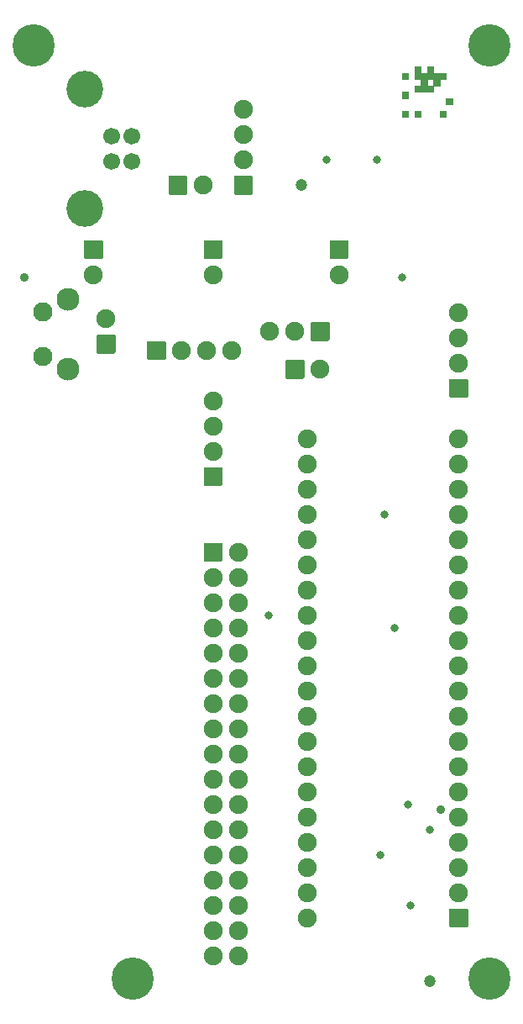
<source format=gbr>
G04 #@! TF.GenerationSoftware,KiCad,Pcbnew,(5.1.9)-1*
G04 #@! TF.CreationDate,2021-07-31T21:11:46+01:00*
G04 #@! TF.ProjectId,Greaseweazle F1 Plus Mini Rev 1.1,47726561-7365-4776-9561-7a6c65204631,1*
G04 #@! TF.SameCoordinates,PX6312cb0PY6bcb370*
G04 #@! TF.FileFunction,Soldermask,Bot*
G04 #@! TF.FilePolarity,Negative*
%FSLAX46Y46*%
G04 Gerber Fmt 4.6, Leading zero omitted, Abs format (unit mm)*
G04 Created by KiCad (PCBNEW (5.1.9)-1) date 2021-07-31 21:11:46*
%MOMM*%
%LPD*%
G01*
G04 APERTURE LIST*
%ADD10C,0.100000*%
%ADD11O,1.900000X1.900000*%
%ADD12C,1.900000*%
%ADD13C,2.300000*%
%ADD14C,1.950000*%
%ADD15C,4.264000*%
%ADD16C,1.701140*%
%ADD17C,3.700120*%
%ADD18C,0.900000*%
%ADD19C,0.800000*%
%ADD20C,1.200000*%
G04 APERTURE END LIST*
D10*
G36*
X33274000Y66675000D02*
G01*
X33909000Y66675000D01*
X33909000Y67310000D01*
X33274000Y67310000D01*
X33274000Y66675000D01*
G37*
X33274000Y66675000D02*
X33909000Y66675000D01*
X33909000Y67310000D01*
X33274000Y67310000D01*
X33274000Y66675000D01*
G36*
X34544000Y64770000D02*
G01*
X35179000Y64770000D01*
X35179000Y65405000D01*
X34544000Y65405000D01*
X34544000Y64770000D01*
G37*
X34544000Y64770000D02*
X35179000Y64770000D01*
X35179000Y65405000D01*
X34544000Y65405000D01*
X34544000Y64770000D01*
G36*
X37084000Y64770000D02*
G01*
X37719000Y64770000D01*
X37719000Y65405000D01*
X37084000Y65405000D01*
X37084000Y64770000D01*
G37*
X37084000Y64770000D02*
X37719000Y64770000D01*
X37719000Y65405000D01*
X37084000Y65405000D01*
X37084000Y64770000D01*
G36*
X37719000Y66040000D02*
G01*
X38354000Y66040000D01*
X38354000Y66675000D01*
X37719000Y66675000D01*
X37719000Y66040000D01*
G37*
X37719000Y66040000D02*
X38354000Y66040000D01*
X38354000Y66675000D01*
X37719000Y66675000D01*
X37719000Y66040000D01*
G36*
X37084000Y68580000D02*
G01*
X37719000Y68580000D01*
X37719000Y69215000D01*
X37084000Y69215000D01*
X37084000Y68580000D01*
G37*
X37084000Y68580000D02*
X37719000Y68580000D01*
X37719000Y69215000D01*
X37084000Y69215000D01*
X37084000Y68580000D01*
G36*
X36449000Y68580000D02*
G01*
X37084000Y68580000D01*
X37084000Y69215000D01*
X36449000Y69215000D01*
X36449000Y68580000D01*
G37*
X36449000Y68580000D02*
X37084000Y68580000D01*
X37084000Y69215000D01*
X36449000Y69215000D01*
X36449000Y68580000D01*
G36*
X35814000Y69215000D02*
G01*
X36449000Y69215000D01*
X36449000Y69850000D01*
X35814000Y69850000D01*
X35814000Y69215000D01*
G37*
X35814000Y69215000D02*
X36449000Y69215000D01*
X36449000Y69850000D01*
X35814000Y69850000D01*
X35814000Y69215000D01*
G36*
X35814000Y68580000D02*
G01*
X36449000Y68580000D01*
X36449000Y69215000D01*
X35814000Y69215000D01*
X35814000Y68580000D01*
G37*
X35814000Y68580000D02*
X36449000Y68580000D01*
X36449000Y69215000D01*
X35814000Y69215000D01*
X35814000Y68580000D01*
G36*
X35179000Y68580000D02*
G01*
X35814000Y68580000D01*
X35814000Y69215000D01*
X35179000Y69215000D01*
X35179000Y68580000D01*
G37*
X35179000Y68580000D02*
X35814000Y68580000D01*
X35814000Y69215000D01*
X35179000Y69215000D01*
X35179000Y68580000D01*
G36*
X34544000Y68580000D02*
G01*
X35179000Y68580000D01*
X35179000Y69215000D01*
X34544000Y69215000D01*
X34544000Y68580000D01*
G37*
X34544000Y68580000D02*
X35179000Y68580000D01*
X35179000Y69215000D01*
X34544000Y69215000D01*
X34544000Y68580000D01*
G36*
X34544000Y69215000D02*
G01*
X35179000Y69215000D01*
X35179000Y69850000D01*
X34544000Y69850000D01*
X34544000Y69215000D01*
G37*
X34544000Y69215000D02*
X35179000Y69215000D01*
X35179000Y69850000D01*
X34544000Y69850000D01*
X34544000Y69215000D01*
G36*
X33274000Y64770000D02*
G01*
X33909000Y64770000D01*
X33909000Y65405000D01*
X33274000Y65405000D01*
X33274000Y64770000D01*
G37*
X33274000Y64770000D02*
X33909000Y64770000D01*
X33909000Y65405000D01*
X33274000Y65405000D01*
X33274000Y64770000D01*
G36*
X33274000Y68580000D02*
G01*
X33909000Y68580000D01*
X33909000Y69215000D01*
X33274000Y69215000D01*
X33274000Y68580000D01*
G37*
X33274000Y68580000D02*
X33909000Y68580000D01*
X33909000Y69215000D01*
X33274000Y69215000D01*
X33274000Y68580000D01*
G36*
X36449000Y67945000D02*
G01*
X37084000Y67945000D01*
X37084000Y68580000D01*
X36449000Y68580000D01*
X36449000Y67945000D01*
G37*
X36449000Y67945000D02*
X37084000Y67945000D01*
X37084000Y68580000D01*
X36449000Y68580000D01*
X36449000Y67945000D01*
G36*
X35814000Y67310000D02*
G01*
X36449000Y67310000D01*
X36449000Y67945000D01*
X35814000Y67945000D01*
X35814000Y67310000D01*
G37*
X35814000Y67310000D02*
X36449000Y67310000D01*
X36449000Y67945000D01*
X35814000Y67945000D01*
X35814000Y67310000D01*
G36*
X34544000Y67310000D02*
G01*
X35179000Y67310000D01*
X35179000Y67945000D01*
X34544000Y67945000D01*
X34544000Y67310000D01*
G37*
X34544000Y67310000D02*
X35179000Y67310000D01*
X35179000Y67945000D01*
X34544000Y67945000D01*
X34544000Y67310000D01*
G36*
X35179000Y67310000D02*
G01*
X35814000Y67310000D01*
X35814000Y67945000D01*
X35179000Y67945000D01*
X35179000Y67310000D01*
G37*
X35179000Y67310000D02*
X35814000Y67310000D01*
X35814000Y67945000D01*
X35179000Y67945000D01*
X35179000Y67310000D01*
G36*
X35179000Y67945000D02*
G01*
X35814000Y67945000D01*
X35814000Y68580000D01*
X35179000Y68580000D01*
X35179000Y67945000D01*
G37*
X35179000Y67945000D02*
X35814000Y67945000D01*
X35814000Y68580000D01*
X35179000Y68580000D01*
X35179000Y67945000D01*
G36*
X35179000Y67945000D02*
G01*
X35814000Y67945000D01*
X35814000Y68580000D01*
X35179000Y68580000D01*
X35179000Y67945000D01*
G37*
X35179000Y67945000D02*
X35814000Y67945000D01*
X35814000Y68580000D01*
X35179000Y68580000D01*
X35179000Y67945000D01*
G36*
X35179000Y67310000D02*
G01*
X35814000Y67310000D01*
X35814000Y67945000D01*
X35179000Y67945000D01*
X35179000Y67310000D01*
G37*
X35179000Y67310000D02*
X35814000Y67310000D01*
X35814000Y67945000D01*
X35179000Y67945000D01*
X35179000Y67310000D01*
G36*
X34544000Y67310000D02*
G01*
X35179000Y67310000D01*
X35179000Y67945000D01*
X34544000Y67945000D01*
X34544000Y67310000D01*
G37*
X34544000Y67310000D02*
X35179000Y67310000D01*
X35179000Y67945000D01*
X34544000Y67945000D01*
X34544000Y67310000D01*
G36*
X35814000Y67310000D02*
G01*
X36449000Y67310000D01*
X36449000Y67945000D01*
X35814000Y67945000D01*
X35814000Y67310000D01*
G37*
X35814000Y67310000D02*
X36449000Y67310000D01*
X36449000Y67945000D01*
X35814000Y67945000D01*
X35814000Y67310000D01*
G36*
X36449000Y67945000D02*
G01*
X37084000Y67945000D01*
X37084000Y68580000D01*
X36449000Y68580000D01*
X36449000Y67945000D01*
G37*
X36449000Y67945000D02*
X37084000Y67945000D01*
X37084000Y68580000D01*
X36449000Y68580000D01*
X36449000Y67945000D01*
G36*
X33274000Y68580000D02*
G01*
X33909000Y68580000D01*
X33909000Y69215000D01*
X33274000Y69215000D01*
X33274000Y68580000D01*
G37*
X33274000Y68580000D02*
X33909000Y68580000D01*
X33909000Y69215000D01*
X33274000Y69215000D01*
X33274000Y68580000D01*
G36*
X33274000Y64770000D02*
G01*
X33909000Y64770000D01*
X33909000Y65405000D01*
X33274000Y65405000D01*
X33274000Y64770000D01*
G37*
X33274000Y64770000D02*
X33909000Y64770000D01*
X33909000Y65405000D01*
X33274000Y65405000D01*
X33274000Y64770000D01*
G36*
X34544000Y69215000D02*
G01*
X35179000Y69215000D01*
X35179000Y69850000D01*
X34544000Y69850000D01*
X34544000Y69215000D01*
G37*
X34544000Y69215000D02*
X35179000Y69215000D01*
X35179000Y69850000D01*
X34544000Y69850000D01*
X34544000Y69215000D01*
G36*
X34544000Y68580000D02*
G01*
X35179000Y68580000D01*
X35179000Y69215000D01*
X34544000Y69215000D01*
X34544000Y68580000D01*
G37*
X34544000Y68580000D02*
X35179000Y68580000D01*
X35179000Y69215000D01*
X34544000Y69215000D01*
X34544000Y68580000D01*
G36*
X35179000Y68580000D02*
G01*
X35814000Y68580000D01*
X35814000Y69215000D01*
X35179000Y69215000D01*
X35179000Y68580000D01*
G37*
X35179000Y68580000D02*
X35814000Y68580000D01*
X35814000Y69215000D01*
X35179000Y69215000D01*
X35179000Y68580000D01*
G36*
X35814000Y68580000D02*
G01*
X36449000Y68580000D01*
X36449000Y69215000D01*
X35814000Y69215000D01*
X35814000Y68580000D01*
G37*
X35814000Y68580000D02*
X36449000Y68580000D01*
X36449000Y69215000D01*
X35814000Y69215000D01*
X35814000Y68580000D01*
G36*
X35814000Y69215000D02*
G01*
X36449000Y69215000D01*
X36449000Y69850000D01*
X35814000Y69850000D01*
X35814000Y69215000D01*
G37*
X35814000Y69215000D02*
X36449000Y69215000D01*
X36449000Y69850000D01*
X35814000Y69850000D01*
X35814000Y69215000D01*
G36*
X36449000Y68580000D02*
G01*
X37084000Y68580000D01*
X37084000Y69215000D01*
X36449000Y69215000D01*
X36449000Y68580000D01*
G37*
X36449000Y68580000D02*
X37084000Y68580000D01*
X37084000Y69215000D01*
X36449000Y69215000D01*
X36449000Y68580000D01*
G36*
X37084000Y68580000D02*
G01*
X37719000Y68580000D01*
X37719000Y69215000D01*
X37084000Y69215000D01*
X37084000Y68580000D01*
G37*
X37084000Y68580000D02*
X37719000Y68580000D01*
X37719000Y69215000D01*
X37084000Y69215000D01*
X37084000Y68580000D01*
G36*
X37719000Y66040000D02*
G01*
X38354000Y66040000D01*
X38354000Y66675000D01*
X37719000Y66675000D01*
X37719000Y66040000D01*
G37*
X37719000Y66040000D02*
X38354000Y66040000D01*
X38354000Y66675000D01*
X37719000Y66675000D01*
X37719000Y66040000D01*
G36*
X37084000Y64770000D02*
G01*
X37719000Y64770000D01*
X37719000Y65405000D01*
X37084000Y65405000D01*
X37084000Y64770000D01*
G37*
X37084000Y64770000D02*
X37719000Y64770000D01*
X37719000Y65405000D01*
X37084000Y65405000D01*
X37084000Y64770000D01*
G36*
X34544000Y64770000D02*
G01*
X35179000Y64770000D01*
X35179000Y65405000D01*
X34544000Y65405000D01*
X34544000Y64770000D01*
G37*
X34544000Y64770000D02*
X35179000Y64770000D01*
X35179000Y65405000D01*
X34544000Y65405000D01*
X34544000Y64770000D01*
G36*
X33274000Y66675000D02*
G01*
X33909000Y66675000D01*
X33909000Y67310000D01*
X33274000Y67310000D01*
X33274000Y66675000D01*
G37*
X33274000Y66675000D02*
X33909000Y66675000D01*
X33909000Y67310000D01*
X33274000Y67310000D01*
X33274000Y66675000D01*
G36*
X33274000Y66675000D02*
G01*
X33909000Y66675000D01*
X33909000Y67310000D01*
X33274000Y67310000D01*
X33274000Y66675000D01*
G37*
X33274000Y66675000D02*
X33909000Y66675000D01*
X33909000Y67310000D01*
X33274000Y67310000D01*
X33274000Y66675000D01*
G36*
X34544000Y64770000D02*
G01*
X35179000Y64770000D01*
X35179000Y65405000D01*
X34544000Y65405000D01*
X34544000Y64770000D01*
G37*
X34544000Y64770000D02*
X35179000Y64770000D01*
X35179000Y65405000D01*
X34544000Y65405000D01*
X34544000Y64770000D01*
G36*
X37084000Y64770000D02*
G01*
X37719000Y64770000D01*
X37719000Y65405000D01*
X37084000Y65405000D01*
X37084000Y64770000D01*
G37*
X37084000Y64770000D02*
X37719000Y64770000D01*
X37719000Y65405000D01*
X37084000Y65405000D01*
X37084000Y64770000D01*
G36*
X37719000Y66040000D02*
G01*
X38354000Y66040000D01*
X38354000Y66675000D01*
X37719000Y66675000D01*
X37719000Y66040000D01*
G37*
X37719000Y66040000D02*
X38354000Y66040000D01*
X38354000Y66675000D01*
X37719000Y66675000D01*
X37719000Y66040000D01*
G36*
X37084000Y68580000D02*
G01*
X37719000Y68580000D01*
X37719000Y69215000D01*
X37084000Y69215000D01*
X37084000Y68580000D01*
G37*
X37084000Y68580000D02*
X37719000Y68580000D01*
X37719000Y69215000D01*
X37084000Y69215000D01*
X37084000Y68580000D01*
G36*
X36449000Y68580000D02*
G01*
X37084000Y68580000D01*
X37084000Y69215000D01*
X36449000Y69215000D01*
X36449000Y68580000D01*
G37*
X36449000Y68580000D02*
X37084000Y68580000D01*
X37084000Y69215000D01*
X36449000Y69215000D01*
X36449000Y68580000D01*
G36*
X35814000Y69215000D02*
G01*
X36449000Y69215000D01*
X36449000Y69850000D01*
X35814000Y69850000D01*
X35814000Y69215000D01*
G37*
X35814000Y69215000D02*
X36449000Y69215000D01*
X36449000Y69850000D01*
X35814000Y69850000D01*
X35814000Y69215000D01*
G36*
X35814000Y68580000D02*
G01*
X36449000Y68580000D01*
X36449000Y69215000D01*
X35814000Y69215000D01*
X35814000Y68580000D01*
G37*
X35814000Y68580000D02*
X36449000Y68580000D01*
X36449000Y69215000D01*
X35814000Y69215000D01*
X35814000Y68580000D01*
G36*
X35179000Y68580000D02*
G01*
X35814000Y68580000D01*
X35814000Y69215000D01*
X35179000Y69215000D01*
X35179000Y68580000D01*
G37*
X35179000Y68580000D02*
X35814000Y68580000D01*
X35814000Y69215000D01*
X35179000Y69215000D01*
X35179000Y68580000D01*
G36*
X34544000Y68580000D02*
G01*
X35179000Y68580000D01*
X35179000Y69215000D01*
X34544000Y69215000D01*
X34544000Y68580000D01*
G37*
X34544000Y68580000D02*
X35179000Y68580000D01*
X35179000Y69215000D01*
X34544000Y69215000D01*
X34544000Y68580000D01*
G36*
X34544000Y69215000D02*
G01*
X35179000Y69215000D01*
X35179000Y69850000D01*
X34544000Y69850000D01*
X34544000Y69215000D01*
G37*
X34544000Y69215000D02*
X35179000Y69215000D01*
X35179000Y69850000D01*
X34544000Y69850000D01*
X34544000Y69215000D01*
G36*
X33274000Y64770000D02*
G01*
X33909000Y64770000D01*
X33909000Y65405000D01*
X33274000Y65405000D01*
X33274000Y64770000D01*
G37*
X33274000Y64770000D02*
X33909000Y64770000D01*
X33909000Y65405000D01*
X33274000Y65405000D01*
X33274000Y64770000D01*
G36*
X33274000Y68580000D02*
G01*
X33909000Y68580000D01*
X33909000Y69215000D01*
X33274000Y69215000D01*
X33274000Y68580000D01*
G37*
X33274000Y68580000D02*
X33909000Y68580000D01*
X33909000Y69215000D01*
X33274000Y69215000D01*
X33274000Y68580000D01*
G36*
X36449000Y67945000D02*
G01*
X37084000Y67945000D01*
X37084000Y68580000D01*
X36449000Y68580000D01*
X36449000Y67945000D01*
G37*
X36449000Y67945000D02*
X37084000Y67945000D01*
X37084000Y68580000D01*
X36449000Y68580000D01*
X36449000Y67945000D01*
G36*
X35814000Y67310000D02*
G01*
X36449000Y67310000D01*
X36449000Y67945000D01*
X35814000Y67945000D01*
X35814000Y67310000D01*
G37*
X35814000Y67310000D02*
X36449000Y67310000D01*
X36449000Y67945000D01*
X35814000Y67945000D01*
X35814000Y67310000D01*
G36*
X34544000Y67310000D02*
G01*
X35179000Y67310000D01*
X35179000Y67945000D01*
X34544000Y67945000D01*
X34544000Y67310000D01*
G37*
X34544000Y67310000D02*
X35179000Y67310000D01*
X35179000Y67945000D01*
X34544000Y67945000D01*
X34544000Y67310000D01*
G36*
X35179000Y67310000D02*
G01*
X35814000Y67310000D01*
X35814000Y67945000D01*
X35179000Y67945000D01*
X35179000Y67310000D01*
G37*
X35179000Y67310000D02*
X35814000Y67310000D01*
X35814000Y67945000D01*
X35179000Y67945000D01*
X35179000Y67310000D01*
G36*
X35179000Y67945000D02*
G01*
X35814000Y67945000D01*
X35814000Y68580000D01*
X35179000Y68580000D01*
X35179000Y67945000D01*
G37*
X35179000Y67945000D02*
X35814000Y67945000D01*
X35814000Y68580000D01*
X35179000Y68580000D01*
X35179000Y67945000D01*
G36*
X35179000Y67945000D02*
G01*
X35814000Y67945000D01*
X35814000Y68580000D01*
X35179000Y68580000D01*
X35179000Y67945000D01*
G37*
X35179000Y67945000D02*
X35814000Y67945000D01*
X35814000Y68580000D01*
X35179000Y68580000D01*
X35179000Y67945000D01*
G36*
X35179000Y67310000D02*
G01*
X35814000Y67310000D01*
X35814000Y67945000D01*
X35179000Y67945000D01*
X35179000Y67310000D01*
G37*
X35179000Y67310000D02*
X35814000Y67310000D01*
X35814000Y67945000D01*
X35179000Y67945000D01*
X35179000Y67310000D01*
G36*
X34544000Y67310000D02*
G01*
X35179000Y67310000D01*
X35179000Y67945000D01*
X34544000Y67945000D01*
X34544000Y67310000D01*
G37*
X34544000Y67310000D02*
X35179000Y67310000D01*
X35179000Y67945000D01*
X34544000Y67945000D01*
X34544000Y67310000D01*
G36*
X35814000Y67310000D02*
G01*
X36449000Y67310000D01*
X36449000Y67945000D01*
X35814000Y67945000D01*
X35814000Y67310000D01*
G37*
X35814000Y67310000D02*
X36449000Y67310000D01*
X36449000Y67945000D01*
X35814000Y67945000D01*
X35814000Y67310000D01*
G36*
X36449000Y67945000D02*
G01*
X37084000Y67945000D01*
X37084000Y68580000D01*
X36449000Y68580000D01*
X36449000Y67945000D01*
G37*
X36449000Y67945000D02*
X37084000Y67945000D01*
X37084000Y68580000D01*
X36449000Y68580000D01*
X36449000Y67945000D01*
G36*
X33274000Y68580000D02*
G01*
X33909000Y68580000D01*
X33909000Y69215000D01*
X33274000Y69215000D01*
X33274000Y68580000D01*
G37*
X33274000Y68580000D02*
X33909000Y68580000D01*
X33909000Y69215000D01*
X33274000Y69215000D01*
X33274000Y68580000D01*
G36*
X33274000Y64770000D02*
G01*
X33909000Y64770000D01*
X33909000Y65405000D01*
X33274000Y65405000D01*
X33274000Y64770000D01*
G37*
X33274000Y64770000D02*
X33909000Y64770000D01*
X33909000Y65405000D01*
X33274000Y65405000D01*
X33274000Y64770000D01*
G36*
X34544000Y69215000D02*
G01*
X35179000Y69215000D01*
X35179000Y69850000D01*
X34544000Y69850000D01*
X34544000Y69215000D01*
G37*
X34544000Y69215000D02*
X35179000Y69215000D01*
X35179000Y69850000D01*
X34544000Y69850000D01*
X34544000Y69215000D01*
G36*
X34544000Y68580000D02*
G01*
X35179000Y68580000D01*
X35179000Y69215000D01*
X34544000Y69215000D01*
X34544000Y68580000D01*
G37*
X34544000Y68580000D02*
X35179000Y68580000D01*
X35179000Y69215000D01*
X34544000Y69215000D01*
X34544000Y68580000D01*
G36*
X35179000Y68580000D02*
G01*
X35814000Y68580000D01*
X35814000Y69215000D01*
X35179000Y69215000D01*
X35179000Y68580000D01*
G37*
X35179000Y68580000D02*
X35814000Y68580000D01*
X35814000Y69215000D01*
X35179000Y69215000D01*
X35179000Y68580000D01*
G36*
X35814000Y68580000D02*
G01*
X36449000Y68580000D01*
X36449000Y69215000D01*
X35814000Y69215000D01*
X35814000Y68580000D01*
G37*
X35814000Y68580000D02*
X36449000Y68580000D01*
X36449000Y69215000D01*
X35814000Y69215000D01*
X35814000Y68580000D01*
G36*
X35814000Y69215000D02*
G01*
X36449000Y69215000D01*
X36449000Y69850000D01*
X35814000Y69850000D01*
X35814000Y69215000D01*
G37*
X35814000Y69215000D02*
X36449000Y69215000D01*
X36449000Y69850000D01*
X35814000Y69850000D01*
X35814000Y69215000D01*
G36*
X36449000Y68580000D02*
G01*
X37084000Y68580000D01*
X37084000Y69215000D01*
X36449000Y69215000D01*
X36449000Y68580000D01*
G37*
X36449000Y68580000D02*
X37084000Y68580000D01*
X37084000Y69215000D01*
X36449000Y69215000D01*
X36449000Y68580000D01*
G36*
X37084000Y68580000D02*
G01*
X37719000Y68580000D01*
X37719000Y69215000D01*
X37084000Y69215000D01*
X37084000Y68580000D01*
G37*
X37084000Y68580000D02*
X37719000Y68580000D01*
X37719000Y69215000D01*
X37084000Y69215000D01*
X37084000Y68580000D01*
G36*
X37719000Y66040000D02*
G01*
X38354000Y66040000D01*
X38354000Y66675000D01*
X37719000Y66675000D01*
X37719000Y66040000D01*
G37*
X37719000Y66040000D02*
X38354000Y66040000D01*
X38354000Y66675000D01*
X37719000Y66675000D01*
X37719000Y66040000D01*
G36*
X37084000Y64770000D02*
G01*
X37719000Y64770000D01*
X37719000Y65405000D01*
X37084000Y65405000D01*
X37084000Y64770000D01*
G37*
X37084000Y64770000D02*
X37719000Y64770000D01*
X37719000Y65405000D01*
X37084000Y65405000D01*
X37084000Y64770000D01*
G36*
X34544000Y64770000D02*
G01*
X35179000Y64770000D01*
X35179000Y65405000D01*
X34544000Y65405000D01*
X34544000Y64770000D01*
G37*
X34544000Y64770000D02*
X35179000Y64770000D01*
X35179000Y65405000D01*
X34544000Y65405000D01*
X34544000Y64770000D01*
G36*
X33274000Y66675000D02*
G01*
X33909000Y66675000D01*
X33909000Y67310000D01*
X33274000Y67310000D01*
X33274000Y66675000D01*
G37*
X33274000Y66675000D02*
X33909000Y66675000D01*
X33909000Y67310000D01*
X33274000Y67310000D01*
X33274000Y66675000D01*
D11*
X13208000Y57912000D03*
G36*
G01*
X11518000Y56962000D02*
X9818000Y56962000D01*
G75*
G02*
X9718000Y57062000I0J100000D01*
G01*
X9718000Y58762000D01*
G75*
G02*
X9818000Y58862000I100000J0D01*
G01*
X11518000Y58862000D01*
G75*
G02*
X11618000Y58762000I0J-100000D01*
G01*
X11618000Y57062000D01*
G75*
G02*
X11518000Y56962000I-100000J0D01*
G01*
G37*
X16129000Y41275000D03*
X13589000Y41275000D03*
X11049000Y41275000D03*
G36*
G01*
X9359000Y40325000D02*
X7659000Y40325000D01*
G75*
G02*
X7559000Y40425000I0J100000D01*
G01*
X7559000Y42125000D01*
G75*
G02*
X7659000Y42225000I100000J0D01*
G01*
X9359000Y42225000D01*
G75*
G02*
X9459000Y42125000I0J-100000D01*
G01*
X9459000Y40425000D01*
G75*
G02*
X9359000Y40325000I-100000J0D01*
G01*
G37*
X25019000Y39370000D03*
G36*
G01*
X23329000Y38420000D02*
X21629000Y38420000D01*
G75*
G02*
X21529000Y38520000I0J100000D01*
G01*
X21529000Y40220000D01*
G75*
G02*
X21629000Y40320000I100000J0D01*
G01*
X23329000Y40320000D01*
G75*
G02*
X23429000Y40220000I0J-100000D01*
G01*
X23429000Y38520000D01*
G75*
G02*
X23329000Y38420000I-100000J0D01*
G01*
G37*
X19939000Y43180000D03*
X22479000Y43180000D03*
G36*
G01*
X24169000Y44130000D02*
X25869000Y44130000D01*
G75*
G02*
X25969000Y44030000I0J-100000D01*
G01*
X25969000Y42330000D01*
G75*
G02*
X25869000Y42230000I-100000J0D01*
G01*
X24169000Y42230000D01*
G75*
G02*
X24069000Y42330000I0J100000D01*
G01*
X24069000Y44030000D01*
G75*
G02*
X24169000Y44130000I100000J0D01*
G01*
G37*
D12*
X23749000Y-15875000D03*
G36*
G01*
X39939000Y-15025000D02*
X39939000Y-16725000D01*
G75*
G02*
X39839000Y-16825000I-100000J0D01*
G01*
X38139000Y-16825000D01*
G75*
G02*
X38039000Y-16725000I0J100000D01*
G01*
X38039000Y-15025000D01*
G75*
G02*
X38139000Y-14925000I100000J0D01*
G01*
X39839000Y-14925000D01*
G75*
G02*
X39939000Y-15025000I0J-100000D01*
G01*
G37*
X23749000Y-13335000D03*
X38989000Y-13335000D03*
X23749000Y-10795000D03*
X38989000Y-10795000D03*
X23749000Y-8255000D03*
X38989000Y-8255000D03*
X23749000Y-5715000D03*
X38989000Y-5715000D03*
X23749000Y-3175000D03*
X38989000Y-3175000D03*
X23749000Y-635000D03*
X38989000Y-635000D03*
X23749000Y1905000D03*
X38989000Y1905000D03*
X23749000Y4445000D03*
X38989000Y4445000D03*
X23749000Y6985000D03*
X38989000Y6985000D03*
X23749000Y9525000D03*
X38989000Y9525000D03*
X23749000Y12065000D03*
X38989000Y12065000D03*
X23749000Y14605000D03*
X38989000Y14605000D03*
X23749000Y17145000D03*
X38989000Y17145000D03*
X23749000Y19685000D03*
X38989000Y19685000D03*
X23749000Y22225000D03*
X38989000Y22225000D03*
X23749000Y24765000D03*
X38989000Y24765000D03*
X23749000Y27305000D03*
X38989000Y27305000D03*
X23749000Y29845000D03*
X38989000Y29845000D03*
X23749000Y32385000D03*
X38989000Y32385000D03*
D13*
X-431000Y39390000D03*
D14*
X-2921000Y40640000D03*
X-2921000Y45140000D03*
D13*
X-431000Y46400000D03*
D11*
X38989000Y45085000D03*
X38989000Y42545000D03*
X38989000Y40005000D03*
G36*
G01*
X39939000Y38315000D02*
X39939000Y36615000D01*
G75*
G02*
X39839000Y36515000I-100000J0D01*
G01*
X38139000Y36515000D01*
G75*
G02*
X38039000Y36615000I0J100000D01*
G01*
X38039000Y38315000D01*
G75*
G02*
X38139000Y38415000I100000J0D01*
G01*
X39839000Y38415000D01*
G75*
G02*
X39939000Y38315000I0J-100000D01*
G01*
G37*
X17272000Y65532000D03*
X17272000Y62992000D03*
X17272000Y60452000D03*
G36*
G01*
X18222000Y58762000D02*
X18222000Y57062000D01*
G75*
G02*
X18122000Y56962000I-100000J0D01*
G01*
X16422000Y56962000D01*
G75*
G02*
X16322000Y57062000I0J100000D01*
G01*
X16322000Y58762000D01*
G75*
G02*
X16422000Y58862000I100000J0D01*
G01*
X18122000Y58862000D01*
G75*
G02*
X18222000Y58762000I0J-100000D01*
G01*
G37*
D15*
X42114000Y-21970000D03*
X6114000Y-21970000D03*
X42114000Y72030000D03*
X-3886000Y72030000D03*
D11*
X26924000Y48895000D03*
G36*
G01*
X25974000Y50585000D02*
X25974000Y52285000D01*
G75*
G02*
X26074000Y52385000I100000J0D01*
G01*
X27774000Y52385000D01*
G75*
G02*
X27874000Y52285000I0J-100000D01*
G01*
X27874000Y50585000D01*
G75*
G02*
X27774000Y50485000I-100000J0D01*
G01*
X26074000Y50485000D01*
G75*
G02*
X25974000Y50585000I0J100000D01*
G01*
G37*
X14224000Y48895000D03*
G36*
G01*
X13274000Y50585000D02*
X13274000Y52285000D01*
G75*
G02*
X13374000Y52385000I100000J0D01*
G01*
X15074000Y52385000D01*
G75*
G02*
X15174000Y52285000I0J-100000D01*
G01*
X15174000Y50585000D01*
G75*
G02*
X15074000Y50485000I-100000J0D01*
G01*
X13374000Y50485000D01*
G75*
G02*
X13274000Y50585000I0J100000D01*
G01*
G37*
X2159000Y48895000D03*
G36*
G01*
X1209000Y50585000D02*
X1209000Y52285000D01*
G75*
G02*
X1309000Y52385000I100000J0D01*
G01*
X3009000Y52385000D01*
G75*
G02*
X3109000Y52285000I0J-100000D01*
G01*
X3109000Y50585000D01*
G75*
G02*
X3009000Y50485000I-100000J0D01*
G01*
X1309000Y50485000D01*
G75*
G02*
X1209000Y50585000I0J100000D01*
G01*
G37*
G36*
G01*
X15174000Y29425000D02*
X15174000Y27725000D01*
G75*
G02*
X15074000Y27625000I-100000J0D01*
G01*
X13374000Y27625000D01*
G75*
G02*
X13274000Y27725000I0J100000D01*
G01*
X13274000Y29425000D01*
G75*
G02*
X13374000Y29525000I100000J0D01*
G01*
X15074000Y29525000D01*
G75*
G02*
X15174000Y29425000I0J-100000D01*
G01*
G37*
X14224000Y31115000D03*
X14224000Y33655000D03*
X14224000Y36195000D03*
G36*
G01*
X4379000Y42760000D02*
X4379000Y41060000D01*
G75*
G02*
X4279000Y40960000I-100000J0D01*
G01*
X2579000Y40960000D01*
G75*
G02*
X2479000Y41060000I0J100000D01*
G01*
X2479000Y42760000D01*
G75*
G02*
X2579000Y42860000I100000J0D01*
G01*
X4279000Y42860000D01*
G75*
G02*
X4379000Y42760000I0J-100000D01*
G01*
G37*
X3429000Y44450000D03*
D16*
X3987800Y62839600D03*
X3987800Y60350400D03*
X5994400Y60350400D03*
X5994400Y62839600D03*
D17*
X1270000Y67614800D03*
X1270000Y55575200D03*
G36*
G01*
X13274000Y20105000D02*
X13274000Y21805000D01*
G75*
G02*
X13374000Y21905000I100000J0D01*
G01*
X15074000Y21905000D01*
G75*
G02*
X15174000Y21805000I0J-100000D01*
G01*
X15174000Y20105000D01*
G75*
G02*
X15074000Y20005000I-100000J0D01*
G01*
X13374000Y20005000D01*
G75*
G02*
X13274000Y20105000I0J100000D01*
G01*
G37*
D11*
X16764000Y20955000D03*
X14224000Y18415000D03*
X16764000Y18415000D03*
X14224000Y15875000D03*
X16764000Y15875000D03*
X14224000Y13335000D03*
X16764000Y13335000D03*
X14224000Y10795000D03*
X16764000Y10795000D03*
X14224000Y8255000D03*
X16764000Y8255000D03*
X14224000Y5715000D03*
X16764000Y5715000D03*
X14224000Y3175000D03*
X16764000Y3175000D03*
X14224000Y635000D03*
X16764000Y635000D03*
X14224000Y-1905000D03*
X16764000Y-1905000D03*
X14224000Y-4445000D03*
X16764000Y-4445000D03*
X14224000Y-6985000D03*
X16764000Y-6985000D03*
X14224000Y-9525000D03*
X16764000Y-9525000D03*
X14224000Y-12065000D03*
X16764000Y-12065000D03*
X14224000Y-14605000D03*
X16764000Y-14605000D03*
X14224000Y-17145000D03*
X16764000Y-17145000D03*
X14224000Y-19685000D03*
X16764000Y-19685000D03*
D18*
X37211000Y-4953000D03*
D19*
X19812000Y14605000D03*
D20*
X23114000Y57912000D03*
X36068004Y-22225000D03*
D19*
X34163000Y-14605000D03*
X31115000Y-9525000D03*
X36068000Y-6985000D03*
X33909000Y-4445000D03*
X32546999Y13335000D03*
X31496000Y24765000D03*
X33274000Y48641000D03*
X25654000Y60452000D03*
X30734000Y60452000D03*
D18*
X-4826000Y48640990D03*
M02*

</source>
